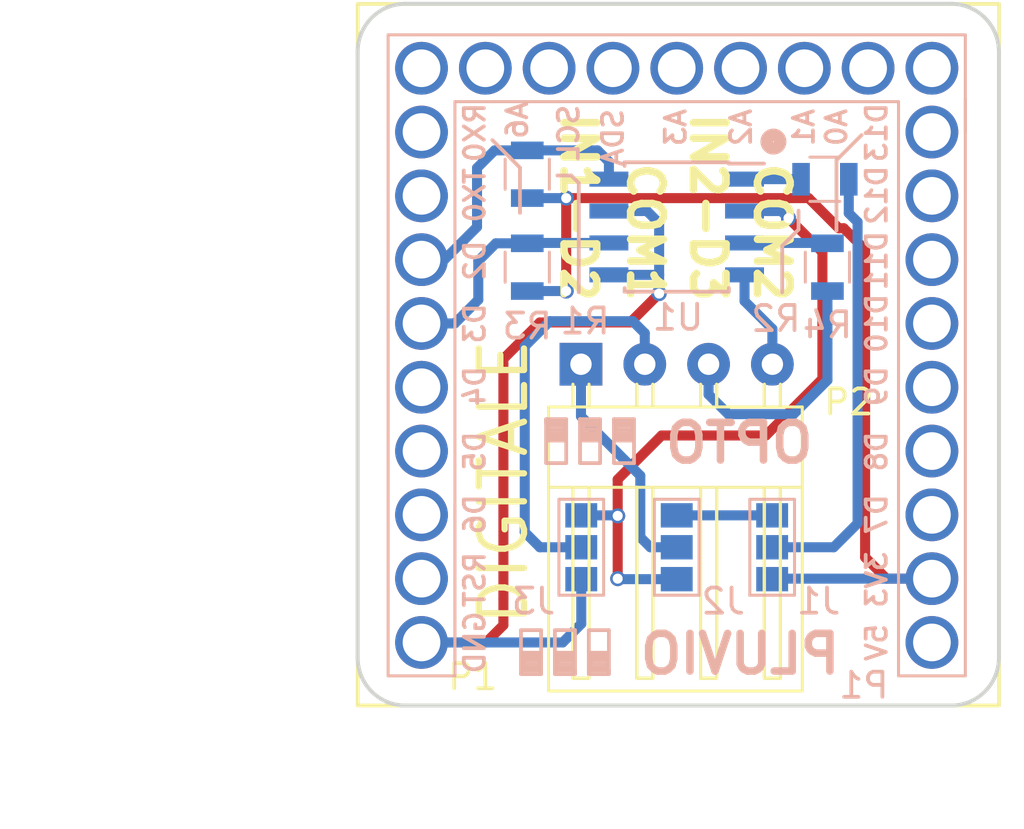
<source format=kicad_pcb>
(kicad_pcb (version 4) (host pcbnew 4.0.6)

  (general
    (links 20)
    (no_connects 0)
    (area 124.255401 62.662999 165.476 97.616001)
    (thickness 1.6)
    (drawings 138)
    (tracks 91)
    (zones 0)
    (modules 10)
    (nets 37)
  )

  (page A4)
  (title_block
    (title "Microduino Digitale DE")
    (date "07 aprile 2019")
    (rev 0.1)
  )

  (layers
    (0 F.Cu signal)
    (31 B.Cu signal)
    (32 B.Adhes user)
    (33 F.Adhes user)
    (34 B.Paste user)
    (35 F.Paste user)
    (36 B.SilkS user)
    (37 F.SilkS user)
    (38 B.Mask user)
    (39 F.Mask user)
    (44 Edge.Cuts user)
    (45 Margin user)
    (46 B.CrtYd user)
    (47 F.CrtYd user)
    (48 B.Fab user)
    (49 F.Fab user)
  )

  (setup
    (last_trace_width 0.25)
    (user_trace_width 0.4)
    (user_trace_width 0.5)
    (user_trace_width 0.75)
    (user_trace_width 1)
    (user_trace_width 1.5)
    (user_trace_width 2)
    (user_trace_width 2.5)
    (user_trace_width 3)
    (trace_clearance 0.2)
    (zone_clearance 0.508)
    (zone_45_only no)
    (trace_min 0.2)
    (segment_width 0.15)
    (edge_width 0.15)
    (via_size 0.6)
    (via_drill 0.4)
    (via_min_size 0.4)
    (via_min_drill 0.3)
    (user_via 1 0.5)
    (user_via 1.2 0.6)
    (uvia_size 0.3)
    (uvia_drill 0.1)
    (uvias_allowed no)
    (uvia_min_size 0.2)
    (uvia_min_drill 0.1)
    (pcb_text_width 0.3)
    (pcb_text_size 1.5 1.5)
    (mod_edge_width 0.15)
    (mod_text_size 1 1)
    (mod_text_width 0.15)
    (pad_size 1.27 0.97)
    (pad_drill 0)
    (pad_to_mask_clearance 0.2)
    (aux_axis_origin 0 0)
    (grid_origin 126.111 104.775)
    (visible_elements 7FFEFFFF)
    (pcbplotparams
      (layerselection 0x210fc_80000001)
      (usegerberextensions false)
      (excludeedgelayer true)
      (linewidth 0.100000)
      (plotframeref false)
      (viasonmask false)
      (mode 1)
      (useauxorigin false)
      (hpglpennumber 1)
      (hpglpenspeed 20)
      (hpglpendiameter 15)
      (hpglpenoverlay 2)
      (psnegative false)
      (psa4output false)
      (plotreference true)
      (plotvalue true)
      (plotinvisibletext false)
      (padsonsilk false)
      (subtractmaskfromsilk false)
      (outputformat 1)
      (mirror false)
      (drillshape 0)
      (scaleselection 1)
      (outputdirectory ""))
  )

  (net 0 "")
  (net 1 +5V)
  (net 2 +3V3)
  (net 3 /D7)
  (net 4 /D8)
  (net 5 /D9)
  (net 6 /D10)
  (net 7 /D11)
  (net 8 /D12)
  (net 9 /D13)
  (net 10 /D2)
  (net 11 /D3)
  (net 12 /A0)
  (net 13 /A1)
  (net 14 /A2)
  (net 15 /A3)
  (net 16 /SDA)
  (net 17 /SCL)
  (net 18 /A6)
  (net 19 /A7)
  (net 20 /RX0)
  (net 21 /D4)
  (net 22 /D5)
  (net 23 /D6)
  (net 24 /RESET)
  (net 25 GND)
  (net 26 /TX0)
  (net 27 /AREF)
  (net 28 "Net-(J1-Pad1)")
  (net 29 "Net-(J1-Pad2)")
  (net 30 "Net-(J2-Pad2)")
  (net 31 "Net-(J2-Pad3)")
  (net 32 "Net-(J3-Pad2)")
  (net 33 "Net-(P2-Pad3)")
  (net 34 "Net-(P2-Pad4)")
  (net 35 "Net-(R2-Pad2)")
  (net 36 "Net-(R4-Pad2)")

  (net_class Default "Questo è il gruppo di collegamenti predefinito"
    (clearance 0.2)
    (trace_width 0.25)
    (via_dia 0.6)
    (via_drill 0.4)
    (uvia_dia 0.3)
    (uvia_drill 0.1)
    (add_net +3V3)
    (add_net +5V)
    (add_net /A0)
    (add_net /A1)
    (add_net /A2)
    (add_net /A3)
    (add_net /A6)
    (add_net /A7)
    (add_net /AREF)
    (add_net /D10)
    (add_net /D11)
    (add_net /D12)
    (add_net /D13)
    (add_net /D2)
    (add_net /D3)
    (add_net /D4)
    (add_net /D5)
    (add_net /D6)
    (add_net /D7)
    (add_net /D8)
    (add_net /D9)
    (add_net /RESET)
    (add_net /RX0)
    (add_net /SCL)
    (add_net /SDA)
    (add_net /TX0)
    (add_net GND)
    (add_net "Net-(J1-Pad1)")
    (add_net "Net-(J1-Pad2)")
    (add_net "Net-(J2-Pad2)")
    (add_net "Net-(J2-Pad3)")
    (add_net "Net-(J3-Pad2)")
    (add_net "Net-(P2-Pad3)")
    (add_net "Net-(P2-Pad4)")
    (add_net "Net-(R2-Pad2)")
    (add_net "Net-(R4-Pad2)")
  )

  (module Libreria_PCB_mia:Upin_27 (layer B.Cu) (tedit 5CAAF902) (tstamp 597E2E0E)
    (at 161.571 88.165 180)
    (descr "Through hole straight socket strip, 1x09, 2.54mm pitch, single row")
    (tags "Through hole socket strip THT 1x09 2.54mm single row")
    (path /58E8C7EF)
    (fp_text reference P1 (at 2.71 -1.71 180) (layer B.SilkS)
      (effects (font (size 1 1) (thickness 0.15)) (justify mirror))
    )
    (fp_text value CONN_1x27 (at -2.83 10.17 450) (layer B.Fab)
      (effects (font (size 1 1) (thickness 0.15)) (justify mirror))
    )
    (fp_text user P1 (at 18.28 -1.37 180) (layer F.SilkS)
      (effects (font (size 1 1) (thickness 0.15)))
    )
    (fp_line (start 16.4 18.9) (end 17.5 20) (layer B.SilkS) (width 0.15))
    (fp_line (start 16.4 18.9) (end 16.4 17.1) (layer B.SilkS) (width 0.15))
    (fp_line (start 2.8 20.2) (end 3.8 19.2) (layer B.SilkS) (width 0.15))
    (fp_line (start 3.8 19.2) (end 3.8 16.4) (layer B.SilkS) (width 0.15))
    (fp_text user GND (at 18.2 0 450) (layer B.SilkS)
      (effects (font (size 0.8 0.8) (thickness 0.15)) (justify mirror))
    )
    (fp_text user RST (at 18.2 2.5 450) (layer B.SilkS)
      (effects (font (size 0.8 0.8) (thickness 0.15)) (justify mirror))
    )
    (fp_text user D6 (at 18.2 5.1 450) (layer B.SilkS)
      (effects (font (size 0.8 0.8) (thickness 0.15)) (justify mirror))
    )
    (fp_text user D5 (at 18.2 7.6 450) (layer B.SilkS)
      (effects (font (size 0.8 0.8) (thickness 0.15)) (justify mirror))
    )
    (fp_text user D4 (at 18.2 10.2 450) (layer B.SilkS)
      (effects (font (size 0.8 0.8) (thickness 0.15)) (justify mirror))
    )
    (fp_text user D3 (at 18.2 12.7 450) (layer B.SilkS)
      (effects (font (size 0.8 0.8) (thickness 0.15)) (justify mirror))
    )
    (fp_text user D2 (at 18.2 15.2 450) (layer B.SilkS)
      (effects (font (size 0.8 0.8) (thickness 0.15)) (justify mirror))
    )
    (fp_text user TX0 (at 18.2 17.8 450) (layer B.SilkS)
      (effects (font (size 0.8 0.8) (thickness 0.15)) (justify mirror))
    )
    (fp_text user RX0 (at 18.2 20.3 450) (layer B.SilkS)
      (effects (font (size 0.8 0.8) (thickness 0.15)) (justify mirror))
    )
    (fp_text user A6 (at 16.51 20.79 450) (layer B.SilkS)
      (effects (font (size 0.8 0.8) (thickness 0.15)) (justify mirror))
    )
    (fp_text user SCL (at 14.46 20.29 450) (layer B.SilkS)
      (effects (font (size 0.8 0.8) (thickness 0.15)) (justify mirror))
    )
    (fp_text user SDA (at 12.7 20.1 450) (layer B.SilkS)
      (effects (font (size 0.8 0.8) (thickness 0.15)) (justify mirror))
    )
    (fp_text user A3 (at 10.2 20.5 450) (layer B.SilkS)
      (effects (font (size 0.8 0.8) (thickness 0.15)) (justify mirror))
    )
    (fp_text user A2 (at 7.6 20.5 450) (layer B.SilkS)
      (effects (font (size 0.8 0.8) (thickness 0.15)) (justify mirror))
    )
    (fp_text user A1 (at 5.1 20.5 450) (layer B.SilkS)
      (effects (font (size 0.8 0.8) (thickness 0.15)) (justify mirror))
    )
    (fp_text user A0 (at 3.8 20.5 450) (layer B.SilkS)
      (effects (font (size 0.8 0.8) (thickness 0.15)) (justify mirror))
    )
    (fp_text user D13 (at 2.2 20.3 450) (layer B.SilkS)
      (effects (font (size 0.8 0.8) (thickness 0.15)) (justify mirror))
    )
    (fp_text user D12 (at 2.2 17.8 450) (layer B.SilkS)
      (effects (font (size 0.8 0.8) (thickness 0.15)) (justify mirror))
    )
    (fp_text user D11 (at 2.2 15.2 450) (layer B.SilkS)
      (effects (font (size 0.8 0.8) (thickness 0.15)) (justify mirror))
    )
    (fp_text user D10 (at 2.2 12.7 450) (layer B.SilkS)
      (effects (font (size 0.8 0.8) (thickness 0.15)) (justify mirror))
    )
    (fp_text user D9 (at 2.2 10.2 450) (layer B.SilkS)
      (effects (font (size 0.8 0.8) (thickness 0.15)) (justify mirror))
    )
    (fp_text user D8 (at 2.2 7.6 450) (layer B.SilkS)
      (effects (font (size 0.8 0.8) (thickness 0.15)) (justify mirror))
    )
    (fp_text user D7 (at 2.2 5.1 450) (layer B.SilkS)
      (effects (font (size 0.8 0.8) (thickness 0.15)) (justify mirror))
    )
    (fp_text user 3V3 (at 2.2 2.5 450) (layer B.SilkS)
      (effects (font (size 0.8 0.8) (thickness 0.15)) (justify mirror))
    )
    (fp_text user 5V (at 2.2 0 450) (layer B.SilkS)
      (effects (font (size 0.8 0.8) (thickness 0.15)) (justify mirror))
    )
    (fp_line (start 1.8 -1.78) (end 1.8 21.05) (layer B.CrtYd) (width 0.12))
    (fp_line (start 18.52 21.05) (end 1.8 21.05) (layer B.CrtYd) (width 0.12))
    (fp_line (start -1.27 24.13) (end -1.27 -1.27) (layer B.Fab) (width 0.12))
    (fp_line (start 1.27 -1.27) (end 1.27 21.59) (layer B.Fab) (width 0.12))
    (fp_line (start 1.27 21.59) (end 19.05 21.59) (layer B.Fab) (width 0.12))
    (fp_line (start 19.05 21.59) (end 19.05 -1.27) (layer B.Fab) (width 0.12))
    (fp_line (start 19.05 -1.27) (end 21.59 -1.27) (layer B.Fab) (width 0.12))
    (fp_line (start 21.59 -1.27) (end 21.59 24.13) (layer B.Fab) (width 0.12))
    (fp_line (start 21.59 24.13) (end -1.27 24.13) (layer B.Fab) (width 0.12))
    (fp_line (start 21.65 -1.33) (end 21.65 24.19) (layer B.SilkS) (width 0.12))
    (fp_line (start 21.65 24.19) (end -1.33 24.19) (layer B.SilkS) (width 0.12))
    (fp_line (start -1.33 -1.33) (end -1.33 24.19) (layer B.SilkS) (width 0.12))
    (fp_line (start 1.33 -1.33) (end 1.33 21.53) (layer B.SilkS) (width 0.12))
    (fp_line (start 1.33 21.53) (end 18.99 21.53) (layer B.SilkS) (width 0.12))
    (fp_line (start 18.99 -1.33) (end 18.99 21.53) (layer B.SilkS) (width 0.12))
    (fp_line (start 18.99 -1.33) (end 18.99 5.48) (layer B.SilkS) (width 0.12))
    (fp_line (start -1.8 24.67) (end 22.12 24.67) (layer B.CrtYd) (width 0.12))
    (fp_line (start -1.8 -1.78) (end -1.8 24.67) (layer B.CrtYd) (width 0.12))
    (fp_line (start 22.12 -1.78) (end 22.12 24.67) (layer B.CrtYd) (width 0.12))
    (fp_line (start 18.52 21.05) (end 18.52 -1.8) (layer B.CrtYd) (width 0.12))
    (fp_line (start 18.52 -1.8) (end 22.12 -1.8) (layer B.CrtYd) (width 0.12))
    (fp_line (start -1.27 -1.27) (end 1.27 -1.27) (layer B.Fab) (width 0.12))
    (fp_line (start -1.33 -1.33) (end 1.33 -1.33) (layer B.SilkS) (width 0.12))
    (fp_line (start 21.65 -1.33) (end 18.99 -1.33) (layer B.SilkS) (width 0.12))
    (fp_line (start -1.33 20.32) (end -1.33 21.65) (layer B.SilkS) (width 0.12))
    (fp_line (start -1.8 -1.78) (end 1.8 -1.78) (layer B.CrtYd) (width 0.12))
    (fp_text user %R (at 0 -2.54 180) (layer B.Fab)
      (effects (font (size 1 1) (thickness 0.15)) (justify mirror))
    )
    (pad 9 thru_hole circle (at 0 20.32 180) (size 2.1 2.1) (drill 1.5) (layers *.Cu *.Mask)
      (net 9 /D13))
    (pad 8 thru_hole circle (at 0 17.78 180) (size 2.1 2.1) (drill 1.5) (layers *.Cu *.Mask)
      (net 8 /D12))
    (pad 7 thru_hole circle (at 0 15.24 180) (size 2.1 2.1) (drill 1.5) (layers *.Cu *.Mask)
      (net 7 /D11))
    (pad 6 thru_hole circle (at 0 12.7 180) (size 2.1 2.1) (drill 1.5) (layers *.Cu *.Mask)
      (net 6 /D10))
    (pad 5 thru_hole circle (at 0 10.16 180) (size 2.1 2.1) (drill 1.5) (layers *.Cu *.Mask)
      (net 5 /D9))
    (pad 4 thru_hole circle (at 0 7.62 180) (size 2.1 2.1) (drill 1.5) (layers *.Cu *.Mask)
      (net 4 /D8))
    (pad 3 thru_hole circle (at 0 5.08 180) (size 2.1 2.1) (drill 1.5) (layers *.Cu *.Mask)
      (net 3 /D7))
    (pad 2 thru_hole circle (at 0 2.54 180) (size 2.1 2.1) (drill 1.5) (layers *.Cu *.Mask)
      (net 2 +3V3))
    (pad 1 thru_hole circle (at 0 0 180) (size 2.1 2.1) (drill 1.5) (layers *.Cu *.Mask)
      (net 1 +5V))
    (pad 10 thru_hole circle (at 0 22.86 180) (size 2.1 2.1) (drill 1.5) (layers *.Cu *.Mask)
      (net 27 /AREF))
    (pad 11 thru_hole circle (at 2.54 22.86 180) (size 2.1 2.1) (drill 1.5) (layers *.Cu *.Mask)
      (net 12 /A0))
    (pad 12 thru_hole circle (at 5.08 22.86 180) (size 2.1 2.1) (drill 1.5) (layers *.Cu *.Mask)
      (net 13 /A1))
    (pad 13 thru_hole circle (at 7.62 22.86 180) (size 2.1 2.1) (drill 1.5) (layers *.Cu *.Mask)
      (net 14 /A2))
    (pad 14 thru_hole circle (at 10.16 22.86 180) (size 2.1 2.1) (drill 1.5) (layers *.Cu *.Mask)
      (net 15 /A3))
    (pad 15 thru_hole circle (at 12.7 22.86 180) (size 2.1 2.1) (drill 1.5) (layers *.Cu *.Mask)
      (net 16 /SDA))
    (pad 16 thru_hole circle (at 15.24 22.86 180) (size 2.1 2.1) (drill 1.5) (layers *.Cu *.Mask)
      (net 17 /SCL))
    (pad 17 thru_hole circle (at 17.78 22.86 180) (size 2.1 2.1) (drill 1.5) (layers *.Cu *.Mask)
      (net 18 /A6))
    (pad 18 thru_hole circle (at 20.32 22.86 180) (size 2.1 2.1) (drill 1.5) (layers *.Cu *.Mask)
      (net 19 /A7))
    (pad 19 thru_hole circle (at 20.32 20.32 180) (size 2.1 2.1) (drill 1.5) (layers *.Cu *.Mask)
      (net 20 /RX0))
    (pad 20 thru_hole circle (at 20.32 17.78 180) (size 2.1 2.1) (drill 1.5) (layers *.Cu *.Mask)
      (net 26 /TX0))
    (pad 21 thru_hole circle (at 20.32 15.24 180) (size 2.1 2.1) (drill 1.5) (layers *.Cu *.Mask)
      (net 10 /D2))
    (pad 22 thru_hole circle (at 20.32 12.7 180) (size 2.1 2.1) (drill 1.5) (layers *.Cu *.Mask)
      (net 11 /D3))
    (pad 23 thru_hole circle (at 20.32 10.16 180) (size 2.1 2.1) (drill 1.5) (layers *.Cu *.Mask)
      (net 21 /D4))
    (pad 24 thru_hole circle (at 20.32 7.62 180) (size 2.1 2.1) (drill 1.5) (layers *.Cu *.Mask)
      (net 22 /D5))
    (pad 25 thru_hole circle (at 20.32 5.08 180) (size 2.1 2.1) (drill 1.5) (layers *.Cu *.Mask)
      (net 23 /D6))
    (pad 26 thru_hole circle (at 20.32 2.54 180) (size 2.1 2.1) (drill 1.5) (layers *.Cu *.Mask)
      (net 24 /RESET))
    (pad 27 thru_hole circle (at 20.32 0 180) (size 2.1 2.1) (drill 1.5) (layers *.Cu *.Mask)
      (net 25 GND))
  )

  (module Libreria_PCB_mia:WHURT_4pin_90°_61900411021 (layer F.Cu) (tedit 597AECF6) (tstamp 597AF1B8)
    (at 147.5994 77.089)
    (descr "Horizontal AMP connector with 2.54mm pitch")
    (tags "connector horizontal")
    (path /58E8CD07)
    (fp_text reference P2 (at 10.6616 1.506) (layer F.SilkS)
      (effects (font (size 1 1) (thickness 0.15)))
    )
    (fp_text value CONN_01X04 (at 3.81 14.9) (layer F.Fab)
      (effects (font (size 1 1) (thickness 0.15)))
    )
    (fp_line (start 5.4 12.5) (end 5.4 4.9) (layer F.SilkS) (width 0.12))
    (fp_line (start 4.76 12.5) (end 5.4 12.5) (layer F.SilkS) (width 0.12))
    (fp_line (start 4.76 4.9) (end 4.76 12.5) (layer F.SilkS) (width 0.12))
    (fp_line (start 4.76 1.7) (end 4.76 0.8) (layer F.SilkS) (width 0.12))
    (fp_line (start 5.4 0.8) (end 5.4 1.7) (layer F.SilkS) (width 0.12))
    (fp_line (start 5.4 0.8) (end 5.4 1.7) (layer F.SilkS) (width 0.12))
    (fp_line (start 4.76 1.7) (end 4.76 0.8) (layer F.SilkS) (width 0.12))
    (fp_line (start 4.76 4.9) (end 4.76 12.5) (layer F.SilkS) (width 0.12))
    (fp_line (start 4.76 12.5) (end 5.4 12.5) (layer F.SilkS) (width 0.12))
    (fp_line (start 5.4 12.5) (end 5.4 4.9) (layer F.SilkS) (width 0.12))
    (fp_line (start 5.4 12.5) (end 5.4 4.9) (layer F.SilkS) (width 0.12))
    (fp_line (start 4.76 12.5) (end 5.4 12.5) (layer F.SilkS) (width 0.12))
    (fp_line (start 4.76 4.9) (end 4.76 12.5) (layer F.SilkS) (width 0.12))
    (fp_line (start 4.76 1.7) (end 4.76 0.8) (layer F.SilkS) (width 0.12))
    (fp_line (start 5.4 0.8) (end 5.4 1.7) (layer F.SilkS) (width 0.12))
    (fp_line (start 5.4 0.8) (end 5.4 1.7) (layer F.SilkS) (width 0.12))
    (fp_line (start 4.76 1.7) (end 4.76 0.8) (layer F.SilkS) (width 0.12))
    (fp_line (start 4.76 4.9) (end 4.76 12.5) (layer F.SilkS) (width 0.12))
    (fp_line (start 4.76 12.5) (end 5.4 12.5) (layer F.SilkS) (width 0.12))
    (fp_line (start 5.4 12.5) (end 5.4 4.9) (layer F.SilkS) (width 0.12))
    (fp_line (start 7.94 12.5) (end 7.94 4.9) (layer F.SilkS) (width 0.12))
    (fp_line (start 7.3 12.5) (end 7.94 12.5) (layer F.SilkS) (width 0.12))
    (fp_line (start 7.3 4.9) (end 7.3 12.5) (layer F.SilkS) (width 0.12))
    (fp_line (start 7.3 1.7) (end 7.3 0.8) (layer F.SilkS) (width 0.12))
    (fp_line (start 7.94 0.8) (end 7.94 1.7) (layer F.SilkS) (width 0.12))
    (fp_line (start 7.94 0.8) (end 7.94 1.7) (layer F.SilkS) (width 0.12))
    (fp_line (start 7.3 1.7) (end 7.3 0.8) (layer F.SilkS) (width 0.12))
    (fp_line (start 7.3 4.9) (end 7.3 12.5) (layer F.SilkS) (width 0.12))
    (fp_line (start 7.3 12.5) (end 7.94 12.5) (layer F.SilkS) (width 0.12))
    (fp_line (start 7.94 12.5) (end 7.94 4.9) (layer F.SilkS) (width 0.12))
    (fp_line (start 7.94 12.5) (end 7.94 4.9) (layer F.SilkS) (width 0.12))
    (fp_line (start 7.3 12.5) (end 7.94 12.5) (layer F.SilkS) (width 0.12))
    (fp_line (start 7.3 4.9) (end 7.3 12.5) (layer F.SilkS) (width 0.12))
    (fp_line (start 7.3 1.7) (end 7.3 0.8) (layer F.SilkS) (width 0.12))
    (fp_line (start 7.94 0.8) (end 7.94 1.7) (layer F.SilkS) (width 0.12))
    (fp_line (start 7.94 0.8) (end 7.94 1.7) (layer F.SilkS) (width 0.12))
    (fp_line (start 7.3 1.7) (end 7.3 0.8) (layer F.SilkS) (width 0.12))
    (fp_line (start 7.3 4.9) (end 7.3 12.5) (layer F.SilkS) (width 0.12))
    (fp_line (start 7.3 12.5) (end 7.94 12.5) (layer F.SilkS) (width 0.12))
    (fp_line (start 7.94 12.5) (end 7.94 4.9) (layer F.SilkS) (width 0.12))
    (fp_line (start 2.86 12.5) (end 2.86 4.9) (layer F.SilkS) (width 0.12))
    (fp_line (start 2.22 12.5) (end 2.86 12.5) (layer F.SilkS) (width 0.12))
    (fp_line (start 2.22 4.9) (end 2.22 12.5) (layer F.SilkS) (width 0.12))
    (fp_line (start 2.22 1.7) (end 2.22 0.8) (layer F.SilkS) (width 0.12))
    (fp_line (start 2.86 0.8) (end 2.86 1.7) (layer F.SilkS) (width 0.12))
    (fp_line (start 2.86 0.8) (end 2.86 1.7) (layer F.SilkS) (width 0.12))
    (fp_line (start 2.22 1.7) (end 2.22 0.8) (layer F.SilkS) (width 0.12))
    (fp_line (start 2.22 4.9) (end 2.22 12.5) (layer F.SilkS) (width 0.12))
    (fp_line (start 2.22 12.5) (end 2.86 12.5) (layer F.SilkS) (width 0.12))
    (fp_line (start 2.86 12.5) (end 2.86 4.9) (layer F.SilkS) (width 0.12))
    (fp_line (start 2.86 12.5) (end 2.86 4.9) (layer F.SilkS) (width 0.12))
    (fp_line (start 2.22 12.5) (end 2.86 12.5) (layer F.SilkS) (width 0.12))
    (fp_line (start 2.22 4.9) (end 2.22 12.5) (layer F.SilkS) (width 0.12))
    (fp_line (start 2.22 1.7) (end 2.22 0.8) (layer F.SilkS) (width 0.12))
    (fp_line (start 2.86 0.8) (end 2.86 1.7) (layer F.SilkS) (width 0.12))
    (fp_line (start 2.86 0.8) (end 2.86 1.7) (layer F.SilkS) (width 0.12))
    (fp_line (start 2.22 1.7) (end 2.22 0.8) (layer F.SilkS) (width 0.12))
    (fp_line (start 2.22 4.9) (end 2.22 12.5) (layer F.SilkS) (width 0.12))
    (fp_line (start 2.22 12.5) (end 2.86 12.5) (layer F.SilkS) (width 0.12))
    (fp_line (start 2.86 12.5) (end 2.86 4.9) (layer F.SilkS) (width 0.12))
    (fp_line (start 0.32 12.5) (end 0.32 4.9) (layer F.SilkS) (width 0.12))
    (fp_line (start -0.32 12.5) (end 0.32 12.5) (layer F.SilkS) (width 0.12))
    (fp_line (start -0.32 4.9) (end -0.32 12.5) (layer F.SilkS) (width 0.12))
    (fp_line (start -0.32 1.7) (end -0.32 0.8) (layer F.SilkS) (width 0.12))
    (fp_line (start 0.32 0.8) (end 0.32 1.7) (layer F.SilkS) (width 0.12))
    (fp_line (start 0.32 0.8) (end 0.32 1.7) (layer F.SilkS) (width 0.12))
    (fp_line (start -0.32 1.7) (end -0.32 0.8) (layer F.SilkS) (width 0.12))
    (fp_line (start -0.32 4.9) (end -0.32 12.5) (layer F.SilkS) (width 0.12))
    (fp_line (start -0.32 12.5) (end 0.32 12.5) (layer F.SilkS) (width 0.12))
    (fp_line (start 0.32 12.5) (end 0.32 4.9) (layer F.SilkS) (width 0.12))
    (fp_line (start 0.32 12.5) (end 0.32 4.9) (layer F.SilkS) (width 0.12))
    (fp_line (start -0.32 12.5) (end 0.32 12.5) (layer F.SilkS) (width 0.12))
    (fp_line (start -0.32 4.9) (end -0.32 12.5) (layer F.SilkS) (width 0.12))
    (fp_line (start -0.32 1.7) (end -0.32 0.8) (layer F.SilkS) (width 0.12))
    (fp_line (start 0.32 0.8) (end 0.32 1.7) (layer F.SilkS) (width 0.12))
    (fp_line (start -1.78 -1.23) (end -1.78 13.3) (layer F.CrtYd) (width 0.05))
    (fp_line (start -1.78 13.3) (end 9.32 13.3) (layer F.CrtYd) (width 0.05))
    (fp_line (start 9.32 13.3) (end 9.32 -1.23) (layer F.CrtYd) (width 0.05))
    (fp_line (start 9.32 -1.23) (end -1.78 -1.23) (layer F.CrtYd) (width 0.05))
    (fp_line (start 0.32 0.8) (end 0.32 1.7) (layer F.SilkS) (width 0.12))
    (fp_line (start -0.32 1.7) (end -0.32 0.8) (layer F.SilkS) (width 0.12))
    (fp_line (start -0.32 4.9) (end -0.32 12.5) (layer F.SilkS) (width 0.12))
    (fp_line (start -0.32 12.5) (end 0.32 12.5) (layer F.SilkS) (width 0.12))
    (fp_line (start 0.32 12.5) (end 0.32 4.9) (layer F.SilkS) (width 0.12))
    (fp_line (start 8.81 4.9) (end -1.29 4.9) (layer F.SilkS) (width 0.12))
    (fp_line (start -1.29 1.7) (end -1.29 13.01) (layer F.SilkS) (width 0.12))
    (fp_line (start -1.29 13.01) (end 8.81 13.01) (layer F.SilkS) (width 0.12))
    (fp_line (start 8.81 13.01) (end 8.81 1.7) (layer F.SilkS) (width 0.12))
    (fp_line (start 8.81 1.7) (end -1.29 1.7) (layer F.SilkS) (width 0.12))
    (pad 1 thru_hole rect (at 0 0) (size 1.7 1.7) (drill 0.85) (layers *.Cu *.Mask)
      (net 30 "Net-(J2-Pad2)"))
    (pad 2 thru_hole circle (at 2.54 0) (size 1.7 1.7) (drill 0.85) (layers *.Cu *.Mask)
      (net 32 "Net-(J3-Pad2)"))
    (pad 3 thru_hole circle (at 5.08 0) (size 1.7 1.7) (drill 0.85) (layers *.Cu *.Mask)
      (net 33 "Net-(P2-Pad3)"))
    (pad 4 thru_hole circle (at 7.62 0) (size 1.7 1.7) (drill 0.85) (layers *.Cu *.Mask)
      (net 34 "Net-(P2-Pad4)"))
    (model Connectors.3dshapes/Wafer_Horizontal17.5x5.8x7RM2.5-6.wrl
      (at (xyz 0 0 0))
      (scale (xyz 4 4 4))
      (rotate (xyz 0 0 0))
    )
  )

  (module Connectors:GS3 (layer B.Cu) (tedit 5CAAF758) (tstamp 5CA98C65)
    (at 155.211 84.375 180)
    (descr "3-pin solder bridge")
    (tags "solder bridge")
    (path /5CA986BE)
    (attr smd)
    (fp_text reference J1 (at -1.85 -2.15 180) (layer B.SilkS)
      (effects (font (size 1 1) (thickness 0.15)) (justify mirror))
    )
    (fp_text value GS3 (at 1.8 0 450) (layer B.Fab)
      (effects (font (size 1 1) (thickness 0.15)) (justify mirror))
    )
    (fp_line (start -1.15 2.15) (end 1.15 2.15) (layer B.CrtYd) (width 0.05))
    (fp_line (start 1.15 2.15) (end 1.15 -2.15) (layer B.CrtYd) (width 0.05))
    (fp_line (start 1.15 -2.15) (end -1.15 -2.15) (layer B.CrtYd) (width 0.05))
    (fp_line (start -1.15 -2.15) (end -1.15 2.15) (layer B.CrtYd) (width 0.05))
    (fp_line (start -0.89 1.91) (end -0.89 -1.91) (layer B.SilkS) (width 0.12))
    (fp_line (start -0.89 -1.91) (end 0.89 -1.91) (layer B.SilkS) (width 0.12))
    (fp_line (start 0.89 -1.91) (end 0.89 1.91) (layer B.SilkS) (width 0.12))
    (fp_line (start -0.89 1.91) (end 0.89 1.91) (layer B.SilkS) (width 0.12))
    (pad 1 smd rect (at 0 1.27 180) (size 1.27 0.97) (layers B.Cu B.Paste B.Mask)
      (net 28 "Net-(J1-Pad1)"))
    (pad 2 smd rect (at 0 0 180) (size 1.27 0.97) (layers B.Cu B.Paste B.Mask)
      (net 29 "Net-(J1-Pad2)"))
    (pad 3 smd rect (at 0 -1.27 180) (size 1.27 0.97) (layers B.Cu B.Paste B.Mask)
      (net 2 +3V3))
  )

  (module Connectors:GS3 (layer B.Cu) (tedit 5CAAF764) (tstamp 5CA98C74)
    (at 151.411 84.375 180)
    (descr "3-pin solder bridge")
    (tags "solder bridge")
    (path /5CA910BA)
    (attr smd)
    (fp_text reference J2 (at -1.85 -2.15 180) (layer B.SilkS)
      (effects (font (size 1 1) (thickness 0.15)) (justify mirror))
    )
    (fp_text value GS3 (at 1.8 0 450) (layer B.Fab)
      (effects (font (size 1 1) (thickness 0.15)) (justify mirror))
    )
    (fp_line (start -1.15 2.15) (end 1.15 2.15) (layer B.CrtYd) (width 0.05))
    (fp_line (start 1.15 2.15) (end 1.15 -2.15) (layer B.CrtYd) (width 0.05))
    (fp_line (start 1.15 -2.15) (end -1.15 -2.15) (layer B.CrtYd) (width 0.05))
    (fp_line (start -1.15 -2.15) (end -1.15 2.15) (layer B.CrtYd) (width 0.05))
    (fp_line (start -0.89 1.91) (end -0.89 -1.91) (layer B.SilkS) (width 0.12))
    (fp_line (start -0.89 -1.91) (end 0.89 -1.91) (layer B.SilkS) (width 0.12))
    (fp_line (start 0.89 -1.91) (end 0.89 1.91) (layer B.SilkS) (width 0.12))
    (fp_line (start -0.89 1.91) (end 0.89 1.91) (layer B.SilkS) (width 0.12))
    (pad 1 smd rect (at 0 1.27 180) (size 1.27 0.97) (layers B.Cu B.Paste B.Mask)
      (net 28 "Net-(J1-Pad1)"))
    (pad 2 smd rect (at 0 0 180) (size 1.27 0.97) (layers B.Cu B.Paste B.Mask)
      (net 30 "Net-(J2-Pad2)"))
    (pad 3 smd rect (at 0 -1.27 180) (size 1.27 0.97) (layers B.Cu B.Paste B.Mask)
      (net 31 "Net-(J2-Pad3)"))
  )

  (module Connectors:GS3 (layer B.Cu) (tedit 5CAAF773) (tstamp 5CA98C83)
    (at 147.611 84.375 180)
    (descr "3-pin solder bridge")
    (tags "solder bridge")
    (path /5CA9103E)
    (attr smd)
    (fp_text reference J3 (at 1.9 -2.15 180) (layer B.SilkS)
      (effects (font (size 1 1) (thickness 0.15)) (justify mirror))
    )
    (fp_text value GS3 (at 1.8 0 450) (layer B.Fab)
      (effects (font (size 1 1) (thickness 0.15)) (justify mirror))
    )
    (fp_line (start -1.15 2.15) (end 1.15 2.15) (layer B.CrtYd) (width 0.05))
    (fp_line (start 1.15 2.15) (end 1.15 -2.15) (layer B.CrtYd) (width 0.05))
    (fp_line (start 1.15 -2.15) (end -1.15 -2.15) (layer B.CrtYd) (width 0.05))
    (fp_line (start -1.15 -2.15) (end -1.15 2.15) (layer B.CrtYd) (width 0.05))
    (fp_line (start -0.89 1.91) (end -0.89 -1.91) (layer B.SilkS) (width 0.12))
    (fp_line (start -0.89 -1.91) (end 0.89 -1.91) (layer B.SilkS) (width 0.12))
    (fp_line (start 0.89 -1.91) (end 0.89 1.91) (layer B.SilkS) (width 0.12))
    (fp_line (start -0.89 1.91) (end 0.89 1.91) (layer B.SilkS) (width 0.12))
    (pad 1 smd rect (at 0 1.27 180) (size 1.27 0.97) (layers B.Cu B.Paste B.Mask)
      (net 31 "Net-(J2-Pad3)"))
    (pad 2 smd rect (at 0 0 180) (size 1.27 0.97) (layers B.Cu B.Paste B.Mask)
      (net 32 "Net-(J3-Pad2)"))
    (pad 3 smd rect (at 0 -1.27 180) (size 1.27 0.97) (layers B.Cu B.Paste B.Mask)
      (net 25 GND))
  )

  (module Resistors_SMD:R_0805 (layer B.Cu) (tedit 5CAAF818) (tstamp 5CA98C94)
    (at 145.461 69.525 90)
    (descr "Resistor SMD 0805, reflow soldering, Vishay (see dcrcw.pdf)")
    (tags "resistor 0805")
    (path /5CA8D5D2)
    (attr smd)
    (fp_text reference R1 (at -5.85 2.3 180) (layer B.SilkS)
      (effects (font (size 1 1) (thickness 0.15)) (justify mirror))
    )
    (fp_text value 10k (at 0 -1.75 90) (layer B.Fab)
      (effects (font (size 1 1) (thickness 0.15)) (justify mirror))
    )
    (fp_text user %R (at 0 0 90) (layer B.Fab)
      (effects (font (size 0.5 0.5) (thickness 0.075)) (justify mirror))
    )
    (fp_line (start -1 -0.62) (end -1 0.62) (layer B.Fab) (width 0.1))
    (fp_line (start 1 -0.62) (end -1 -0.62) (layer B.Fab) (width 0.1))
    (fp_line (start 1 0.62) (end 1 -0.62) (layer B.Fab) (width 0.1))
    (fp_line (start -1 0.62) (end 1 0.62) (layer B.Fab) (width 0.1))
    (fp_line (start 0.6 -0.88) (end -0.6 -0.88) (layer B.SilkS) (width 0.12))
    (fp_line (start -0.6 0.88) (end 0.6 0.88) (layer B.SilkS) (width 0.12))
    (fp_line (start -1.55 0.9) (end 1.55 0.9) (layer B.CrtYd) (width 0.05))
    (fp_line (start -1.55 0.9) (end -1.55 -0.9) (layer B.CrtYd) (width 0.05))
    (fp_line (start 1.55 -0.9) (end 1.55 0.9) (layer B.CrtYd) (width 0.05))
    (fp_line (start 1.55 -0.9) (end -1.55 -0.9) (layer B.CrtYd) (width 0.05))
    (pad 1 smd rect (at -0.95 0 90) (size 0.7 1.3) (layers B.Cu B.Paste B.Mask)
      (net 2 +3V3))
    (pad 2 smd rect (at 0.95 0 90) (size 0.7 1.3) (layers B.Cu B.Paste B.Mask)
      (net 10 /D2))
    (model ${KISYS3DMOD}/Resistors_SMD.3dshapes/R_0805.wrl
      (at (xyz 0 0 0))
      (scale (xyz 1 1 1))
      (rotate (xyz 0 0 0))
    )
  )

  (module Resistors_SMD:R_0805 (layer B.Cu) (tedit 5CAAF846) (tstamp 5CA98CA5)
    (at 157.311 69.725 180)
    (descr "Resistor SMD 0805, reflow soldering, Vishay (see dcrcw.pdf)")
    (tags "resistor 0805")
    (path /5CA90EA8)
    (attr smd)
    (fp_text reference R2 (at 1.95 -5.55 180) (layer B.SilkS)
      (effects (font (size 1 1) (thickness 0.15)) (justify mirror))
    )
    (fp_text value 330 (at 0 -1.75 180) (layer B.Fab)
      (effects (font (size 1 1) (thickness 0.15)) (justify mirror))
    )
    (fp_text user %R (at 0 0 180) (layer B.Fab)
      (effects (font (size 0.5 0.5) (thickness 0.075)) (justify mirror))
    )
    (fp_line (start -1 -0.62) (end -1 0.62) (layer B.Fab) (width 0.1))
    (fp_line (start 1 -0.62) (end -1 -0.62) (layer B.Fab) (width 0.1))
    (fp_line (start 1 0.62) (end 1 -0.62) (layer B.Fab) (width 0.1))
    (fp_line (start -1 0.62) (end 1 0.62) (layer B.Fab) (width 0.1))
    (fp_line (start 0.6 -0.88) (end -0.6 -0.88) (layer B.SilkS) (width 0.12))
    (fp_line (start -0.6 0.88) (end 0.6 0.88) (layer B.SilkS) (width 0.12))
    (fp_line (start -1.55 0.9) (end 1.55 0.9) (layer B.CrtYd) (width 0.05))
    (fp_line (start -1.55 0.9) (end -1.55 -0.9) (layer B.CrtYd) (width 0.05))
    (fp_line (start 1.55 -0.9) (end 1.55 0.9) (layer B.CrtYd) (width 0.05))
    (fp_line (start 1.55 -0.9) (end -1.55 -0.9) (layer B.CrtYd) (width 0.05))
    (pad 1 smd rect (at -0.95 0 180) (size 0.7 1.3) (layers B.Cu B.Paste B.Mask)
      (net 29 "Net-(J1-Pad2)"))
    (pad 2 smd rect (at 0.95 0 180) (size 0.7 1.3) (layers B.Cu B.Paste B.Mask)
      (net 35 "Net-(R2-Pad2)"))
    (model ${KISYS3DMOD}/Resistors_SMD.3dshapes/R_0805.wrl
      (at (xyz 0 0 0))
      (scale (xyz 1 1 1))
      (rotate (xyz 0 0 0))
    )
  )

  (module Resistors_SMD:R_0805 (layer B.Cu) (tedit 5CAAF806) (tstamp 5CA98CB6)
    (at 145.461 73.225 90)
    (descr "Resistor SMD 0805, reflow soldering, Vishay (see dcrcw.pdf)")
    (tags "resistor 0805")
    (path /5CA90BF7)
    (attr smd)
    (fp_text reference R3 (at -2.35 0 180) (layer B.SilkS)
      (effects (font (size 1 1) (thickness 0.15)) (justify mirror))
    )
    (fp_text value 10k (at 0 -1.75 90) (layer B.Fab)
      (effects (font (size 1 1) (thickness 0.15)) (justify mirror))
    )
    (fp_text user %R (at 0 0 90) (layer B.Fab)
      (effects (font (size 0.5 0.5) (thickness 0.075)) (justify mirror))
    )
    (fp_line (start -1 -0.62) (end -1 0.62) (layer B.Fab) (width 0.1))
    (fp_line (start 1 -0.62) (end -1 -0.62) (layer B.Fab) (width 0.1))
    (fp_line (start 1 0.62) (end 1 -0.62) (layer B.Fab) (width 0.1))
    (fp_line (start -1 0.62) (end 1 0.62) (layer B.Fab) (width 0.1))
    (fp_line (start 0.6 -0.88) (end -0.6 -0.88) (layer B.SilkS) (width 0.12))
    (fp_line (start -0.6 0.88) (end 0.6 0.88) (layer B.SilkS) (width 0.12))
    (fp_line (start -1.55 0.9) (end 1.55 0.9) (layer B.CrtYd) (width 0.05))
    (fp_line (start -1.55 0.9) (end -1.55 -0.9) (layer B.CrtYd) (width 0.05))
    (fp_line (start 1.55 -0.9) (end 1.55 0.9) (layer B.CrtYd) (width 0.05))
    (fp_line (start 1.55 -0.9) (end -1.55 -0.9) (layer B.CrtYd) (width 0.05))
    (pad 1 smd rect (at -0.95 0 90) (size 0.7 1.3) (layers B.Cu B.Paste B.Mask)
      (net 2 +3V3))
    (pad 2 smd rect (at 0.95 0 90) (size 0.7 1.3) (layers B.Cu B.Paste B.Mask)
      (net 11 /D3))
    (model ${KISYS3DMOD}/Resistors_SMD.3dshapes/R_0805.wrl
      (at (xyz 0 0 0))
      (scale (xyz 1 1 1))
      (rotate (xyz 0 0 0))
    )
  )

  (module Resistors_SMD:R_0805 (layer B.Cu) (tedit 5CAAF7E4) (tstamp 5CA98CC7)
    (at 157.411 73.225 90)
    (descr "Resistor SMD 0805, reflow soldering, Vishay (see dcrcw.pdf)")
    (tags "resistor 0805")
    (path /5CA90E83)
    (attr smd)
    (fp_text reference R4 (at -2.3 0 180) (layer B.SilkS)
      (effects (font (size 1 1) (thickness 0.15)) (justify mirror))
    )
    (fp_text value 1k (at 0 -1.75 90) (layer B.Fab)
      (effects (font (size 1 1) (thickness 0.15)) (justify mirror))
    )
    (fp_text user %R (at 0 0 90) (layer B.Fab)
      (effects (font (size 0.5 0.5) (thickness 0.075)) (justify mirror))
    )
    (fp_line (start -1 -0.62) (end -1 0.62) (layer B.Fab) (width 0.1))
    (fp_line (start 1 -0.62) (end -1 -0.62) (layer B.Fab) (width 0.1))
    (fp_line (start 1 0.62) (end 1 -0.62) (layer B.Fab) (width 0.1))
    (fp_line (start -1 0.62) (end 1 0.62) (layer B.Fab) (width 0.1))
    (fp_line (start 0.6 -0.88) (end -0.6 -0.88) (layer B.SilkS) (width 0.12))
    (fp_line (start -0.6 0.88) (end 0.6 0.88) (layer B.SilkS) (width 0.12))
    (fp_line (start -1.55 0.9) (end 1.55 0.9) (layer B.CrtYd) (width 0.05))
    (fp_line (start -1.55 0.9) (end -1.55 -0.9) (layer B.CrtYd) (width 0.05))
    (fp_line (start 1.55 -0.9) (end 1.55 0.9) (layer B.CrtYd) (width 0.05))
    (fp_line (start 1.55 -0.9) (end -1.55 -0.9) (layer B.CrtYd) (width 0.05))
    (pad 1 smd rect (at -0.95 0 90) (size 0.7 1.3) (layers B.Cu B.Paste B.Mask)
      (net 33 "Net-(P2-Pad3)"))
    (pad 2 smd rect (at 0.95 0 90) (size 0.7 1.3) (layers B.Cu B.Paste B.Mask)
      (net 36 "Net-(R4-Pad2)"))
    (model ${KISYS3DMOD}/Resistors_SMD.3dshapes/R_0805.wrl
      (at (xyz 0 0 0))
      (scale (xyz 1 1 1))
      (rotate (xyz 0 0 0))
    )
  )

  (module Housings_SOIC:SOIC-8_3.9x4.9mm_Pitch1.27mm (layer B.Cu) (tedit 5CAAF7FA) (tstamp 5CA98CE4)
    (at 151.411 71.625 180)
    (descr "8-Lead Plastic Small Outline (SN) - Narrow, 3.90 mm Body [SOIC] (see Microchip Packaging Specification 00000049BS.pdf)")
    (tags "SOIC 1.27")
    (path /5CA8D3BE)
    (attr smd)
    (fp_text reference U1 (at -0.05 -3.6 180) (layer B.SilkS)
      (effects (font (size 1 1) (thickness 0.15)) (justify mirror))
    )
    (fp_text value MOCD207M (at 0 -3.5 180) (layer B.Fab)
      (effects (font (size 1 1) (thickness 0.15)) (justify mirror))
    )
    (fp_text user %R (at 0 0 180) (layer B.Fab)
      (effects (font (size 1 1) (thickness 0.15)) (justify mirror))
    )
    (fp_line (start -0.95 2.45) (end 1.95 2.45) (layer B.Fab) (width 0.1))
    (fp_line (start 1.95 2.45) (end 1.95 -2.45) (layer B.Fab) (width 0.1))
    (fp_line (start 1.95 -2.45) (end -1.95 -2.45) (layer B.Fab) (width 0.1))
    (fp_line (start -1.95 -2.45) (end -1.95 1.45) (layer B.Fab) (width 0.1))
    (fp_line (start -1.95 1.45) (end -0.95 2.45) (layer B.Fab) (width 0.1))
    (fp_line (start -3.73 2.7) (end -3.73 -2.7) (layer B.CrtYd) (width 0.05))
    (fp_line (start 3.73 2.7) (end 3.73 -2.7) (layer B.CrtYd) (width 0.05))
    (fp_line (start -3.73 2.7) (end 3.73 2.7) (layer B.CrtYd) (width 0.05))
    (fp_line (start -3.73 -2.7) (end 3.73 -2.7) (layer B.CrtYd) (width 0.05))
    (fp_line (start -2.075 2.575) (end -2.075 2.525) (layer B.SilkS) (width 0.15))
    (fp_line (start 2.075 2.575) (end 2.075 2.43) (layer B.SilkS) (width 0.15))
    (fp_line (start 2.075 -2.575) (end 2.075 -2.43) (layer B.SilkS) (width 0.15))
    (fp_line (start -2.075 -2.575) (end -2.075 -2.43) (layer B.SilkS) (width 0.15))
    (fp_line (start -2.075 2.575) (end 2.075 2.575) (layer B.SilkS) (width 0.15))
    (fp_line (start -2.075 -2.575) (end 2.075 -2.575) (layer B.SilkS) (width 0.15))
    (fp_line (start -2.075 2.525) (end -3.475 2.525) (layer B.SilkS) (width 0.15))
    (pad 1 smd rect (at -2.7 1.905 180) (size 1.55 0.6) (layers B.Cu B.Paste B.Mask)
      (net 35 "Net-(R2-Pad2)"))
    (pad 2 smd rect (at -2.7 0.635 180) (size 1.55 0.6) (layers B.Cu B.Paste B.Mask)
      (net 31 "Net-(J2-Pad3)"))
    (pad 3 smd rect (at -2.7 -0.635 180) (size 1.55 0.6) (layers B.Cu B.Paste B.Mask)
      (net 36 "Net-(R4-Pad2)"))
    (pad 4 smd rect (at -2.7 -1.905 180) (size 1.55 0.6) (layers B.Cu B.Paste B.Mask)
      (net 34 "Net-(P2-Pad4)"))
    (pad 5 smd rect (at 2.7 -1.905 180) (size 1.55 0.6) (layers B.Cu B.Paste B.Mask)
      (net 25 GND))
    (pad 6 smd rect (at 2.7 -0.635 180) (size 1.55 0.6) (layers B.Cu B.Paste B.Mask)
      (net 11 /D3))
    (pad 7 smd rect (at 2.7 0.635 180) (size 1.55 0.6) (layers B.Cu B.Paste B.Mask)
      (net 25 GND))
    (pad 8 smd rect (at 2.7 1.905 180) (size 1.55 0.6) (layers B.Cu B.Paste B.Mask)
      (net 10 /D2))
    (model ${KISYS3DMOD}/Housings_SOIC.3dshapes/SOIC-8_3.9x4.9mm_Pitch1.27mm.wrl
      (at (xyz 0 0 0))
      (scale (xyz 1 1 1))
      (rotate (xyz 0 0 0))
    )
  )

  (gr_line (start 155.611 72.375) (end 155.611 74.225) (angle 90) (layer B.SilkS) (width 0.15))
  (gr_line (start 156.261 71.725) (end 155.611 72.375) (angle 90) (layer B.SilkS) (width 0.15))
  (gr_line (start 156.261 70.975) (end 156.261 71.725) (angle 90) (layer B.SilkS) (width 0.15))
  (gr_line (start 147.211 69.575) (end 146.661 69.575) (angle 90) (layer B.SilkS) (width 0.15))
  (gr_line (start 147.511 69.875) (end 147.211 69.575) (angle 90) (layer B.SilkS) (width 0.15))
  (gr_line (start 147.511 74.225) (end 147.511 69.875) (angle 90) (layer B.SilkS) (width 0.15))
  (gr_circle (center 155.261 68.225) (end 155.361 68.475) (layer B.SilkS) (width 0.5))
  (gr_line (start 148.711 89.425) (end 148.711 87.675) (angle 90) (layer B.SilkS) (width 0.15) (tstamp 5CAAF6C6))
  (gr_line (start 148.711 87.675) (end 147.911 87.675) (angle 90) (layer B.SilkS) (width 0.15) (tstamp 5CAAF6C5))
  (gr_line (start 147.911 87.675) (end 147.911 89.425) (angle 90) (layer B.SilkS) (width 0.15) (tstamp 5CAAF6C4))
  (gr_line (start 147.911 89.425) (end 148.711 89.425) (angle 90) (layer B.SilkS) (width 0.15) (tstamp 5CAAF6C3))
  (gr_line (start 148.711 89.425) (end 148.711 89.275) (angle 90) (layer B.SilkS) (width 0.15) (tstamp 5CAAF6C2))
  (gr_line (start 148.711 89.275) (end 147.961 89.275) (angle 90) (layer B.SilkS) (width 0.15) (tstamp 5CAAF6C1))
  (gr_line (start 147.961 89.275) (end 147.961 89.125) (angle 90) (layer B.SilkS) (width 0.15) (tstamp 5CAAF6C0))
  (gr_line (start 147.961 89.175) (end 148.661 89.175) (angle 90) (layer B.SilkS) (width 0.15) (tstamp 5CAAF6BF))
  (gr_line (start 148.661 89.125) (end 148.661 88.975) (angle 90) (layer B.SilkS) (width 0.15) (tstamp 5CAAF6BE))
  (gr_line (start 148.661 89.025) (end 148.011 89.025) (angle 90) (layer B.SilkS) (width 0.15) (tstamp 5CAAF6BD))
  (gr_line (start 148.011 88.975) (end 148.011 88.825) (angle 90) (layer B.SilkS) (width 0.15) (tstamp 5CAAF6BC))
  (gr_line (start 148.011 88.875) (end 148.611 88.875) (angle 90) (layer B.SilkS) (width 0.15) (tstamp 5CAAF6BB))
  (gr_line (start 148.611 88.825) (end 148.611 88.675) (angle 90) (layer B.SilkS) (width 0.15) (tstamp 5CAAF6BA))
  (gr_line (start 148.611 88.775) (end 148.011 88.775) (angle 90) (layer B.SilkS) (width 0.15) (tstamp 5CAAF6B9))
  (gr_line (start 148.011 88.675) (end 148.011 88.575) (angle 90) (layer B.SilkS) (width 0.15) (tstamp 5CAAF6B8))
  (gr_line (start 148.011 88.675) (end 148.661 88.675) (angle 90) (layer B.SilkS) (width 0.15) (tstamp 5CAAF6B7))
  (gr_line (start 148.661 88.575) (end 147.961 88.575) (angle 90) (layer B.SilkS) (width 0.15) (tstamp 5CAAF6B6))
  (gr_line (start 147.311 88.575) (end 146.611 88.575) (angle 90) (layer B.SilkS) (width 0.15) (tstamp 5CAAF6B5))
  (gr_line (start 146.661 88.675) (end 147.311 88.675) (angle 90) (layer B.SilkS) (width 0.15) (tstamp 5CAAF6B4))
  (gr_line (start 146.661 88.675) (end 146.661 88.575) (angle 90) (layer B.SilkS) (width 0.15) (tstamp 5CAAF6B3))
  (gr_line (start 147.261 88.775) (end 146.661 88.775) (angle 90) (layer B.SilkS) (width 0.15) (tstamp 5CAAF6B2))
  (gr_line (start 147.261 88.825) (end 147.261 88.675) (angle 90) (layer B.SilkS) (width 0.15) (tstamp 5CAAF6B1))
  (gr_line (start 146.661 88.875) (end 147.261 88.875) (angle 90) (layer B.SilkS) (width 0.15) (tstamp 5CAAF6B0))
  (gr_line (start 146.661 88.975) (end 146.661 88.825) (angle 90) (layer B.SilkS) (width 0.15) (tstamp 5CAAF6AF))
  (gr_line (start 147.311 89.025) (end 146.661 89.025) (angle 90) (layer B.SilkS) (width 0.15) (tstamp 5CAAF6AE))
  (gr_line (start 147.311 89.125) (end 147.311 88.975) (angle 90) (layer B.SilkS) (width 0.15) (tstamp 5CAAF6AD))
  (gr_line (start 146.611 89.175) (end 147.311 89.175) (angle 90) (layer B.SilkS) (width 0.15) (tstamp 5CAAF6AC))
  (gr_line (start 146.611 89.275) (end 146.611 89.125) (angle 90) (layer B.SilkS) (width 0.15) (tstamp 5CAAF6AB))
  (gr_line (start 147.361 89.275) (end 146.611 89.275) (angle 90) (layer B.SilkS) (width 0.15) (tstamp 5CAAF6AA))
  (gr_line (start 147.361 89.425) (end 147.361 89.275) (angle 90) (layer B.SilkS) (width 0.15) (tstamp 5CAAF6A9))
  (gr_line (start 146.561 89.425) (end 147.361 89.425) (angle 90) (layer B.SilkS) (width 0.15) (tstamp 5CAAF6A8))
  (gr_line (start 146.561 87.675) (end 146.561 89.425) (angle 90) (layer B.SilkS) (width 0.15) (tstamp 5CAAF6A7))
  (gr_line (start 147.361 87.675) (end 146.561 87.675) (angle 90) (layer B.SilkS) (width 0.15) (tstamp 5CAAF6A6))
  (gr_line (start 147.361 89.425) (end 147.361 87.675) (angle 90) (layer B.SilkS) (width 0.15) (tstamp 5CAAF6A5))
  (gr_line (start 146.011 89.425) (end 146.011 87.675) (angle 90) (layer B.SilkS) (width 0.15) (tstamp 5CAAF6A4))
  (gr_line (start 146.011 87.675) (end 145.211 87.675) (angle 90) (layer B.SilkS) (width 0.15) (tstamp 5CAAF6A3))
  (gr_line (start 145.211 87.675) (end 145.211 89.425) (angle 90) (layer B.SilkS) (width 0.15) (tstamp 5CAAF6A2))
  (gr_line (start 145.211 89.425) (end 146.011 89.425) (angle 90) (layer B.SilkS) (width 0.15) (tstamp 5CAAF6A1))
  (gr_line (start 146.011 89.425) (end 146.011 89.275) (angle 90) (layer B.SilkS) (width 0.15) (tstamp 5CAAF6A0))
  (gr_line (start 146.011 89.275) (end 145.261 89.275) (angle 90) (layer B.SilkS) (width 0.15) (tstamp 5CAAF69F))
  (gr_line (start 145.261 89.275) (end 145.261 89.125) (angle 90) (layer B.SilkS) (width 0.15) (tstamp 5CAAF69E))
  (gr_line (start 145.261 89.175) (end 145.961 89.175) (angle 90) (layer B.SilkS) (width 0.15) (tstamp 5CAAF69D))
  (gr_line (start 145.961 89.125) (end 145.961 88.975) (angle 90) (layer B.SilkS) (width 0.15) (tstamp 5CAAF69C))
  (gr_line (start 145.961 89.025) (end 145.311 89.025) (angle 90) (layer B.SilkS) (width 0.15) (tstamp 5CAAF69B))
  (gr_line (start 145.311 88.975) (end 145.311 88.825) (angle 90) (layer B.SilkS) (width 0.15) (tstamp 5CAAF69A))
  (gr_line (start 145.311 88.875) (end 145.911 88.875) (angle 90) (layer B.SilkS) (width 0.15) (tstamp 5CAAF699))
  (gr_line (start 145.911 88.825) (end 145.911 88.675) (angle 90) (layer B.SilkS) (width 0.15) (tstamp 5CAAF698))
  (gr_line (start 145.911 88.775) (end 145.311 88.775) (angle 90) (layer B.SilkS) (width 0.15) (tstamp 5CAAF697))
  (gr_line (start 145.311 88.675) (end 145.311 88.575) (angle 90) (layer B.SilkS) (width 0.15) (tstamp 5CAAF696))
  (gr_line (start 145.311 88.675) (end 145.961 88.675) (angle 90) (layer B.SilkS) (width 0.15) (tstamp 5CAAF695))
  (gr_line (start 145.961 88.575) (end 145.261 88.575) (angle 90) (layer B.SilkS) (width 0.15) (tstamp 5CAAF694))
  (gr_text PLUVIO (at 149.811 88.625) (layer B.SilkS) (tstamp 5CAAF693)
    (effects (font (size 1.5 1.5) (thickness 0.3)) (justify right mirror))
  )
  (gr_text OPTO (at 150.811 80.225) (layer B.SilkS)
    (effects (font (size 1.5 1.5) (thickness 0.3)) (justify right mirror))
  )
  (gr_line (start 148.961 80.125) (end 149.661 80.125) (angle 90) (layer B.SilkS) (width 0.15) (tstamp 5CAAF609))
  (gr_line (start 149.611 80.025) (end 148.961 80.025) (angle 90) (layer B.SilkS) (width 0.15) (tstamp 5CAAF608))
  (gr_line (start 149.611 80.025) (end 149.611 80.125) (angle 90) (layer B.SilkS) (width 0.15) (tstamp 5CAAF607))
  (gr_line (start 149.011 79.925) (end 149.611 79.925) (angle 90) (layer B.SilkS) (width 0.15) (tstamp 5CAAF606))
  (gr_line (start 149.011 79.875) (end 149.011 80.025) (angle 90) (layer B.SilkS) (width 0.15) (tstamp 5CAAF605))
  (gr_line (start 149.611 79.825) (end 149.011 79.825) (angle 90) (layer B.SilkS) (width 0.15) (tstamp 5CAAF604))
  (gr_line (start 149.611 79.725) (end 149.611 79.875) (angle 90) (layer B.SilkS) (width 0.15) (tstamp 5CAAF603))
  (gr_line (start 148.961 79.675) (end 149.611 79.675) (angle 90) (layer B.SilkS) (width 0.15) (tstamp 5CAAF602))
  (gr_line (start 148.961 79.575) (end 148.961 79.725) (angle 90) (layer B.SilkS) (width 0.15) (tstamp 5CAAF601))
  (gr_line (start 149.661 79.525) (end 148.961 79.525) (angle 90) (layer B.SilkS) (width 0.15) (tstamp 5CAAF600))
  (gr_line (start 149.661 79.425) (end 149.661 79.575) (angle 90) (layer B.SilkS) (width 0.15) (tstamp 5CAAF5FF))
  (gr_line (start 148.911 79.425) (end 149.661 79.425) (angle 90) (layer B.SilkS) (width 0.15) (tstamp 5CAAF5FE))
  (gr_line (start 148.911 79.275) (end 148.911 79.425) (angle 90) (layer B.SilkS) (width 0.15) (tstamp 5CAAF5FD))
  (gr_line (start 149.711 79.275) (end 148.911 79.275) (angle 90) (layer B.SilkS) (width 0.15) (tstamp 5CAAF5FC))
  (gr_line (start 149.711 81.025) (end 149.711 79.275) (angle 90) (layer B.SilkS) (width 0.15) (tstamp 5CAAF5FB))
  (gr_line (start 148.911 81.025) (end 149.711 81.025) (angle 90) (layer B.SilkS) (width 0.15) (tstamp 5CAAF5FA))
  (gr_line (start 148.911 79.275) (end 148.911 81.025) (angle 90) (layer B.SilkS) (width 0.15) (tstamp 5CAAF5F9))
  (gr_line (start 147.561 79.275) (end 147.561 81.025) (angle 90) (layer B.SilkS) (width 0.15) (tstamp 5CAAF5F7))
  (gr_line (start 147.561 81.025) (end 148.361 81.025) (angle 90) (layer B.SilkS) (width 0.15) (tstamp 5CAAF5F6))
  (gr_line (start 148.361 81.025) (end 148.361 79.275) (angle 90) (layer B.SilkS) (width 0.15) (tstamp 5CAAF5F5))
  (gr_line (start 148.361 79.275) (end 147.561 79.275) (angle 90) (layer B.SilkS) (width 0.15) (tstamp 5CAAF5F4))
  (gr_line (start 147.561 79.275) (end 147.561 79.425) (angle 90) (layer B.SilkS) (width 0.15) (tstamp 5CAAF5F3))
  (gr_line (start 147.561 79.425) (end 148.311 79.425) (angle 90) (layer B.SilkS) (width 0.15) (tstamp 5CAAF5F2))
  (gr_line (start 148.311 79.425) (end 148.311 79.575) (angle 90) (layer B.SilkS) (width 0.15) (tstamp 5CAAF5F1))
  (gr_line (start 148.311 79.525) (end 147.611 79.525) (angle 90) (layer B.SilkS) (width 0.15) (tstamp 5CAAF5F0))
  (gr_line (start 147.611 79.575) (end 147.611 79.725) (angle 90) (layer B.SilkS) (width 0.15) (tstamp 5CAAF5EF))
  (gr_line (start 147.611 79.675) (end 148.261 79.675) (angle 90) (layer B.SilkS) (width 0.15) (tstamp 5CAAF5EE))
  (gr_line (start 148.261 79.725) (end 148.261 79.875) (angle 90) (layer B.SilkS) (width 0.15) (tstamp 5CAAF5ED))
  (gr_line (start 148.261 79.825) (end 147.661 79.825) (angle 90) (layer B.SilkS) (width 0.15) (tstamp 5CAAF5EC))
  (gr_line (start 147.661 79.875) (end 147.661 80.025) (angle 90) (layer B.SilkS) (width 0.15) (tstamp 5CAAF5EB))
  (gr_line (start 147.661 79.925) (end 148.261 79.925) (angle 90) (layer B.SilkS) (width 0.15) (tstamp 5CAAF5EA))
  (gr_line (start 148.261 80.025) (end 148.261 80.125) (angle 90) (layer B.SilkS) (width 0.15) (tstamp 5CAAF5E9))
  (gr_line (start 148.261 80.025) (end 147.611 80.025) (angle 90) (layer B.SilkS) (width 0.15) (tstamp 5CAAF5E8))
  (gr_line (start 147.611 80.125) (end 148.311 80.125) (angle 90) (layer B.SilkS) (width 0.15) (tstamp 5CAAF5E7))
  (gr_line (start 146.261 80.125) (end 146.961 80.125) (angle 90) (layer B.SilkS) (width 0.15))
  (gr_line (start 146.911 80.025) (end 146.261 80.025) (angle 90) (layer B.SilkS) (width 0.15))
  (gr_line (start 146.911 80.025) (end 146.911 80.125) (angle 90) (layer B.SilkS) (width 0.15))
  (gr_line (start 146.311 79.925) (end 146.911 79.925) (angle 90) (layer B.SilkS) (width 0.15))
  (gr_line (start 146.311 79.875) (end 146.311 80.025) (angle 90) (layer B.SilkS) (width 0.15))
  (gr_line (start 146.911 79.825) (end 146.311 79.825) (angle 90) (layer B.SilkS) (width 0.15))
  (gr_line (start 146.911 79.725) (end 146.911 79.875) (angle 90) (layer B.SilkS) (width 0.15))
  (gr_line (start 146.261 79.675) (end 146.911 79.675) (angle 90) (layer B.SilkS) (width 0.15))
  (gr_line (start 146.261 79.575) (end 146.261 79.725) (angle 90) (layer B.SilkS) (width 0.15))
  (gr_line (start 146.961 79.525) (end 146.261 79.525) (angle 90) (layer B.SilkS) (width 0.15))
  (gr_line (start 146.961 79.425) (end 146.961 79.575) (angle 90) (layer B.SilkS) (width 0.15))
  (gr_line (start 146.211 79.425) (end 146.961 79.425) (angle 90) (layer B.SilkS) (width 0.15))
  (gr_line (start 146.211 79.275) (end 146.211 79.425) (angle 90) (layer B.SilkS) (width 0.15))
  (gr_line (start 147.011 79.275) (end 146.211 79.275) (angle 90) (layer B.SilkS) (width 0.15))
  (gr_line (start 147.011 81.025) (end 147.011 79.275) (angle 90) (layer B.SilkS) (width 0.15))
  (gr_line (start 146.211 81.025) (end 147.011 81.025) (angle 90) (layer B.SilkS) (width 0.15))
  (gr_line (start 146.211 79.275) (end 146.211 81.025) (angle 90) (layer B.SilkS) (width 0.15))
  (gr_text DIGITALE (at 144.511 81.775 90) (layer F.SilkS)
    (effects (font (size 1.8 1.8) (thickness 0.25)))
  )
  (gr_line (start 164.241 62.745) (end 138.711 62.745) (angle 90) (layer F.SilkS) (width 0.15))
  (gr_line (start 164.241 90.675) (end 164.241 62.745) (angle 90) (layer F.SilkS) (width 0.15))
  (gr_line (start 138.711 90.675) (end 164.241 90.675) (angle 90) (layer F.SilkS) (width 0.15))
  (gr_line (start 138.711 62.745) (end 138.711 90.675) (angle 90) (layer F.SilkS) (width 0.15))
  (gr_text COM2 (at 155.211 74.725 270) (layer F.SilkS)
    (effects (font (size 1.3 1.3) (thickness 0.3)) (justify right))
  )
  (gr_text IN2-D3 (at 152.661 74.725 270) (layer F.SilkS)
    (effects (font (size 1.3 1.3) (thickness 0.3)) (justify right))
  )
  (gr_text COM1 (at 150.161 74.725 270) (layer F.SilkS)
    (effects (font (size 1.3 1.3) (thickness 0.3)) (justify right))
  )
  (gr_text IN1-D2 (at 147.511 74.725 270) (layer F.SilkS)
    (effects (font (size 1.3 1.3) (thickness 0.3)) (justify right))
  )
  (gr_arc (start 162.3314 64.643) (end 162.3314 62.738) (angle 90) (layer Edge.Cuts) (width 0.15) (tstamp 58E794C0))
  (gr_arc (start 140.6144 88.773) (end 140.6144 90.678) (angle 90) (layer Edge.Cuts) (width 0.15) (tstamp 58E794BF))
  (gr_arc (start 140.6144 64.643) (end 138.7094 64.643) (angle 90) (layer Edge.Cuts) (width 0.15) (tstamp 58E794BE))
  (gr_arc (start 162.3314 88.773) (end 164.2364 88.773) (angle 90) (layer Edge.Cuts) (width 0.15) (tstamp 58E794BD))
  (gr_line (start 162.3314 90.678) (end 140.6144 90.678) (angle 90) (layer Edge.Cuts) (width 0.15) (tstamp 58E794BC))
  (gr_line (start 138.7094 88.773) (end 138.7094 64.643) (angle 90) (layer Edge.Cuts) (width 0.15) (tstamp 58E794BB))
  (gr_line (start 140.6144 62.738) (end 162.3314 62.738) (angle 90) (layer Edge.Cuts) (width 0.15) (tstamp 58E794BA))
  (gr_line (start 164.2364 64.643) (end 164.2364 88.773) (angle 90) (layer Edge.Cuts) (width 0.15) (tstamp 58E794B9))
  (gr_line (start 164.2364 64.643) (end 164.2364 88.773) (angle 90) (layer Edge.Cuts) (width 0.15))
  (gr_line (start 140.6144 62.738) (end 162.3314 62.738) (angle 90) (layer Edge.Cuts) (width 0.15))
  (gr_line (start 138.7094 88.773) (end 138.7094 64.643) (angle 90) (layer Edge.Cuts) (width 0.15))
  (gr_line (start 162.3314 90.678) (end 140.6144 90.678) (angle 90) (layer Edge.Cuts) (width 0.15))
  (gr_arc (start 162.3314 88.773) (end 164.2364 88.773) (angle 90) (layer Edge.Cuts) (width 0.15) (tstamp 58DCB572))
  (gr_arc (start 140.6144 64.643) (end 138.7094 64.643) (angle 90) (layer Edge.Cuts) (width 0.15) (tstamp 58DCB570))
  (gr_arc (start 140.6144 88.773) (end 140.6144 90.678) (angle 90) (layer Edge.Cuts) (width 0.15) (tstamp 58DCB56C))
  (gr_arc (start 162.3314 64.643) (end 162.3314 62.738) (angle 90) (layer Edge.Cuts) (width 0.15))
  (dimension 27.94 (width 0.3) (layer F.Fab)
    (gr_text "27,940 mm" (at 130.7554 76.708 270) (layer F.Fab)
      (effects (font (size 1.5 1.5) (thickness 0.3)))
    )
    (feature1 (pts (xy 134.1374 90.678) (xy 129.4054 90.678)))
    (feature2 (pts (xy 134.1374 62.738) (xy 129.4054 62.738)))
    (crossbar (pts (xy 132.1054 62.738) (xy 132.1054 90.678)))
    (arrow1a (pts (xy 132.1054 90.678) (xy 131.518979 89.551496)))
    (arrow1b (pts (xy 132.1054 90.678) (xy 132.691821 89.551496)))
    (arrow2a (pts (xy 132.1054 62.738) (xy 131.518979 63.864504)))
    (arrow2b (pts (xy 132.1054 62.738) (xy 132.691821 63.864504)))
  )
  (dimension 25.527 (width 0.3) (layer F.Fab)
    (gr_text "25,527 mm" (at 151.0284 96.266) (layer F.Fab) (tstamp 58DCB33B)
      (effects (font (size 1.5 1.5) (thickness 0.3)))
    )
    (feature1 (pts (xy 138.8364 92.456) (xy 138.8364 97.568999)))
    (feature2 (pts (xy 164.3634 92.456) (xy 164.3634 97.568999)))
    (crossbar (pts (xy 164.3634 94.868999) (xy 138.8364 94.868999)))
    (arrow1a (pts (xy 138.8364 94.868999) (xy 139.962904 94.282578)))
    (arrow1b (pts (xy 138.8364 94.868999) (xy 139.962904 95.45542)))
    (arrow2a (pts (xy 164.3634 94.868999) (xy 163.236896 94.282578)))
    (arrow2b (pts (xy 164.3634 94.868999) (xy 163.236896 95.45542)))
  )

  (segment (start 147.011 70.475) (end 156.661 70.475) (width 0.4) (layer F.Cu) (net 2))
  (segment (start 159.761 85.625) (end 161.571 85.625) (width 0.4) (layer F.Cu) (net 2) (tstamp 5CA993A8))
  (segment (start 158.911 84.775) (end 159.761 85.625) (width 0.4) (layer F.Cu) (net 2) (tstamp 5CA993A6))
  (segment (start 158.911 72.525) (end 158.911 84.775) (width 0.4) (layer F.Cu) (net 2) (tstamp 5CA993A0))
  (segment (start 158.061 71.675) (end 158.911 72.525) (width 0.4) (layer F.Cu) (net 2) (tstamp 5CA9939A))
  (segment (start 157.861 71.675) (end 158.061 71.675) (width 0.4) (layer F.Cu) (net 2) (tstamp 5CA99394))
  (segment (start 156.661 70.475) (end 157.861 71.675) (width 0.4) (layer F.Cu) (net 2) (tstamp 5CA9938E))
  (segment (start 161.571 85.625) (end 155.231 85.625) (width 0.4) (layer B.Cu) (net 2))
  (segment (start 155.231 85.625) (end 155.211 85.645) (width 0.4) (layer B.Cu) (net 2) (tstamp 5CA991ED))
  (segment (start 145.461 70.475) (end 147.011 70.475) (width 0.4) (layer B.Cu) (net 2))
  (segment (start 147.011 74.175) (end 145.461 74.175) (width 0.4) (layer B.Cu) (net 2) (tstamp 5CA9917E))
  (via (at 147.011 74.175) (size 0.6) (drill 0.4) (layers F.Cu B.Cu) (net 2))
  (segment (start 147.011 70.475) (end 147.011 74.175) (width 0.4) (layer F.Cu) (net 2) (tstamp 5CA99172))
  (via (at 147.011 70.475) (size 0.6) (drill 0.4) (layers F.Cu B.Cu) (net 2))
  (segment (start 145.461 68.575) (end 148.261 68.575) (width 0.4) (layer B.Cu) (net 10))
  (segment (start 148.711 69.025) (end 148.711 69.72) (width 0.4) (layer B.Cu) (net 10) (tstamp 5CA9915B))
  (segment (start 148.261 68.575) (end 148.711 69.025) (width 0.4) (layer B.Cu) (net 10) (tstamp 5CA99158))
  (segment (start 141.251 72.925) (end 142.161 72.925) (width 0.4) (layer B.Cu) (net 10))
  (segment (start 142.161 72.925) (end 143.461 71.625) (width 0.4) (layer B.Cu) (net 10) (tstamp 5CA99059))
  (segment (start 143.461 71.625) (end 143.461 69.275) (width 0.4) (layer B.Cu) (net 10) (tstamp 5CA9905A))
  (segment (start 143.461 69.275) (end 144.161 68.575) (width 0.4) (layer B.Cu) (net 10) (tstamp 5CA9905C))
  (segment (start 144.161 68.575) (end 145.461 68.575) (width 0.4) (layer B.Cu) (net 10) (tstamp 5CA9905D))
  (segment (start 145.461 72.275) (end 144.211 72.275) (width 0.4) (layer B.Cu) (net 11))
  (segment (start 142.571 75.465) (end 141.251 75.465) (width 0.4) (layer B.Cu) (net 11) (tstamp 5CA9914B))
  (segment (start 143.511 74.525) (end 142.571 75.465) (width 0.4) (layer B.Cu) (net 11) (tstamp 5CA99149))
  (segment (start 143.511 72.975) (end 143.511 74.525) (width 0.4) (layer B.Cu) (net 11) (tstamp 5CA99146))
  (segment (start 144.211 72.275) (end 143.511 72.975) (width 0.4) (layer B.Cu) (net 11) (tstamp 5CA9913B))
  (segment (start 148.711 72.26) (end 145.476 72.26) (width 0.4) (layer B.Cu) (net 11))
  (segment (start 145.476 72.26) (end 145.441 72.225) (width 0.4) (layer B.Cu) (net 11) (tstamp 5CA9910E))
  (segment (start 148.711 73.53) (end 150.711 73.53) (width 0.4) (layer B.Cu) (net 25))
  (segment (start 144.511 87.475) (end 143.821 88.165) (width 0.4) (layer F.Cu) (net 25) (tstamp 5CA993D4))
  (segment (start 148.711 70.99) (end 150.226 70.99) (width 0.4) (layer B.Cu) (net 25))
  (segment (start 150.226 70.99) (end 150.711 71.475) (width 0.4) (layer B.Cu) (net 25) (tstamp 5CA993B8))
  (segment (start 150.711 71.475) (end 150.711 73.53) (width 0.4) (layer B.Cu) (net 25) (tstamp 5CA993BC))
  (segment (start 150.711 73.53) (end 150.711 74.275) (width 0.4) (layer B.Cu) (net 25) (tstamp 5CA9942E))
  (via (at 150.711 74.275) (size 0.6) (drill 0.4) (layers F.Cu B.Cu) (net 25))
  (segment (start 150.711 74.275) (end 149.561 75.425) (width 0.4) (layer F.Cu) (net 25) (tstamp 5CA993C7))
  (segment (start 149.561 75.425) (end 145.961 75.425) (width 0.4) (layer F.Cu) (net 25) (tstamp 5CA993C8))
  (segment (start 145.961 75.425) (end 144.511 76.875) (width 0.4) (layer F.Cu) (net 25) (tstamp 5CA993CD))
  (segment (start 144.511 76.875) (end 144.511 86.425) (width 0.4) (layer F.Cu) (net 25) (tstamp 5CA993CF))
  (segment (start 144.511 86.425) (end 144.511 87.475) (width 0.4) (layer F.Cu) (net 25) (tstamp 5CA993D2))
  (segment (start 143.821 88.165) (end 141.251 88.165) (width 0.4) (layer F.Cu) (net 25) (tstamp 5CA993DF))
  (segment (start 147.611 85.645) (end 147.611 87.425) (width 0.4) (layer B.Cu) (net 25))
  (segment (start 146.871 88.165) (end 141.251 88.165) (width 0.4) (layer B.Cu) (net 25) (tstamp 5CA99370))
  (segment (start 147.611 87.425) (end 146.871 88.165) (width 0.4) (layer B.Cu) (net 25) (tstamp 5CA9936E))
  (segment (start 155.211 83.105) (end 151.411 83.105) (width 0.4) (layer B.Cu) (net 28))
  (segment (start 158.261 69.725) (end 158.261 71.075) (width 0.4) (layer B.Cu) (net 29))
  (segment (start 157.661 84.375) (end 155.211 84.375) (width 0.4) (layer B.Cu) (net 29) (tstamp 5CA992DC))
  (segment (start 158.611 83.425) (end 157.661 84.375) (width 0.4) (layer B.Cu) (net 29) (tstamp 5CA992D9))
  (segment (start 158.611 71.425) (end 158.611 83.425) (width 0.4) (layer B.Cu) (net 29) (tstamp 5CA992CD))
  (segment (start 158.261 71.075) (end 158.611 71.425) (width 0.4) (layer B.Cu) (net 29) (tstamp 5CA992C2))
  (segment (start 147.5994 77.089) (end 147.5994 79.1634) (width 0.4) (layer B.Cu) (net 30))
  (segment (start 150.361 84.375) (end 151.411 84.375) (width 0.4) (layer B.Cu) (net 30) (tstamp 5CA99366))
  (segment (start 149.961 83.975) (end 150.361 84.375) (width 0.4) (layer B.Cu) (net 30) (tstamp 5CA99365))
  (segment (start 149.961 81.525) (end 149.961 83.975) (width 0.4) (layer B.Cu) (net 30) (tstamp 5CA99357))
  (segment (start 147.5994 79.1634) (end 149.961 81.525) (width 0.4) (layer B.Cu) (net 30) (tstamp 5CA9934F))
  (segment (start 154.111 70.99) (end 155.576 70.99) (width 0.4) (layer B.Cu) (net 31))
  (segment (start 149.061 81.675) (end 149.061 83.125) (width 0.4) (layer F.Cu) (net 31) (tstamp 5CA99283))
  (segment (start 150.811 79.925) (end 149.061 81.675) (width 0.4) (layer F.Cu) (net 31) (tstamp 5CA99282))
  (segment (start 154.961 79.925) (end 150.811 79.925) (width 0.4) (layer F.Cu) (net 31) (tstamp 5CA9927C))
  (segment (start 157.211 77.675) (end 154.961 79.925) (width 0.4) (layer F.Cu) (net 31) (tstamp 5CA99279))
  (segment (start 157.211 72.625) (end 157.211 77.675) (width 0.4) (layer F.Cu) (net 31) (tstamp 5CA9926F))
  (segment (start 155.861 71.275) (end 157.211 72.625) (width 0.4) (layer F.Cu) (net 31) (tstamp 5CA9926E))
  (via (at 155.861 71.275) (size 0.6) (drill 0.4) (layers F.Cu B.Cu) (net 31))
  (segment (start 155.576 70.99) (end 155.861 71.275) (width 0.4) (layer B.Cu) (net 31) (tstamp 5CA99262))
  (segment (start 151.411 85.645) (end 149.081 85.645) (width 0.4) (layer B.Cu) (net 31))
  (segment (start 149.041 83.105) (end 147.611 83.105) (width 0.4) (layer B.Cu) (net 31) (tstamp 5CA99241))
  (segment (start 149.061 83.125) (end 149.041 83.105) (width 0.4) (layer B.Cu) (net 31) (tstamp 5CA99240))
  (via (at 149.061 83.125) (size 0.6) (drill 0.4) (layers F.Cu B.Cu) (net 31))
  (segment (start 149.061 85.625) (end 149.061 83.125) (width 0.4) (layer F.Cu) (net 31) (tstamp 5CA99233))
  (via (at 149.061 85.625) (size 0.6) (drill 0.4) (layers F.Cu B.Cu) (net 31))
  (segment (start 149.081 85.645) (end 149.061 85.625) (width 0.4) (layer B.Cu) (net 31) (tstamp 5CA9921F))
  (segment (start 147.611 84.375) (end 145.961 84.375) (width 0.4) (layer B.Cu) (net 32))
  (segment (start 150.1394 75.8534) (end 150.1394 77.089) (width 0.4) (layer B.Cu) (net 32) (tstamp 5CA992B2))
  (segment (start 149.661 75.375) (end 150.1394 75.8534) (width 0.4) (layer B.Cu) (net 32) (tstamp 5CA992B0))
  (segment (start 146.361 75.375) (end 149.661 75.375) (width 0.4) (layer B.Cu) (net 32) (tstamp 5CA992AE))
  (segment (start 145.361 76.375) (end 146.361 75.375) (width 0.4) (layer B.Cu) (net 32) (tstamp 5CA992A9))
  (segment (start 145.361 83.775) (end 145.361 76.375) (width 0.4) (layer B.Cu) (net 32) (tstamp 5CA992A6))
  (segment (start 145.961 84.375) (end 145.361 83.775) (width 0.4) (layer B.Cu) (net 32) (tstamp 5CA99299))
  (segment (start 157.411 74.175) (end 157.411 77.725) (width 0.4) (layer B.Cu) (net 33))
  (segment (start 152.6794 78.2934) (end 152.6794 77.089) (width 0.4) (layer B.Cu) (net 33) (tstamp 5CA991DC))
  (segment (start 153.461 79.075) (end 152.6794 78.2934) (width 0.4) (layer B.Cu) (net 33) (tstamp 5CA991D9))
  (segment (start 156.061 79.075) (end 153.461 79.075) (width 0.4) (layer B.Cu) (net 33) (tstamp 5CA991D7))
  (segment (start 157.411 77.725) (end 156.061 79.075) (width 0.4) (layer B.Cu) (net 33) (tstamp 5CA991CF))
  (segment (start 154.111 73.53) (end 154.111 74.575) (width 0.4) (layer B.Cu) (net 34))
  (segment (start 155.2194 75.6834) (end 155.2194 77.089) (width 0.4) (layer B.Cu) (net 34) (tstamp 5CA991C0))
  (segment (start 154.111 74.575) (end 155.2194 75.6834) (width 0.4) (layer B.Cu) (net 34) (tstamp 5CA991B8))
  (segment (start 154.111 69.72) (end 156.356 69.72) (width 0.4) (layer B.Cu) (net 35))
  (segment (start 156.356 69.72) (end 156.361 69.725) (width 0.4) (layer B.Cu) (net 35) (tstamp 5CA99198))
  (segment (start 154.111 72.26) (end 157.396 72.26) (width 0.4) (layer B.Cu) (net 36))
  (segment (start 157.396 72.26) (end 157.411 72.275) (width 0.4) (layer B.Cu) (net 36) (tstamp 5CA991B5))

)

</source>
